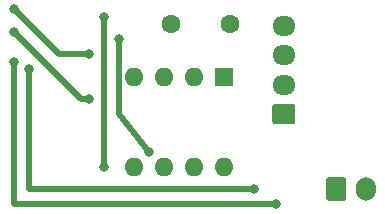
<source format=gbr>
G04 #@! TF.GenerationSoftware,KiCad,Pcbnew,5.0.2+dfsg1-1*
G04 #@! TF.CreationDate,2020-08-26T18:16:29+10:00*
G04 #@! TF.ProjectId,board_k,626f6172-645f-46b2-9e6b-696361645f70,rev?*
G04 #@! TF.SameCoordinates,Original*
G04 #@! TF.FileFunction,Copper,L1,Top*
G04 #@! TF.FilePolarity,Positive*
%FSLAX46Y46*%
G04 Gerber Fmt 4.6, Leading zero omitted, Abs format (unit mm)*
G04 Created by KiCad (PCBNEW 5.0.2+dfsg1-1) date Wed Aug 26 18:16:29 2020*
%MOMM*%
%LPD*%
G01*
G04 APERTURE LIST*
G04 #@! TA.AperFunction,Conductor*
%ADD10C,0.100000*%
G04 #@! TD*
G04 #@! TA.AperFunction,ComponentPad*
%ADD11C,1.700000*%
G04 #@! TD*
G04 #@! TA.AperFunction,ComponentPad*
%ADD12O,1.950000X1.700000*%
G04 #@! TD*
G04 #@! TA.AperFunction,ComponentPad*
%ADD13O,1.700000X2.000000*%
G04 #@! TD*
G04 #@! TA.AperFunction,ComponentPad*
%ADD14R,1.600000X1.600000*%
G04 #@! TD*
G04 #@! TA.AperFunction,ComponentPad*
%ADD15O,1.600000X1.600000*%
G04 #@! TD*
G04 #@! TA.AperFunction,ComponentPad*
%ADD16C,1.600000*%
G04 #@! TD*
G04 #@! TA.AperFunction,ViaPad*
%ADD17C,0.800000*%
G04 #@! TD*
G04 #@! TA.AperFunction,Conductor*
%ADD18C,0.508000*%
G04 #@! TD*
G04 APERTURE END LIST*
D10*
G04 #@! TO.N,txd*
G04 #@! TO.C,J3*
G36*
X152514504Y-93131204D02*
X152538773Y-93134804D01*
X152562571Y-93140765D01*
X152585671Y-93149030D01*
X152607849Y-93159520D01*
X152628893Y-93172133D01*
X152648598Y-93186747D01*
X152666777Y-93203223D01*
X152683253Y-93221402D01*
X152697867Y-93241107D01*
X152710480Y-93262151D01*
X152720970Y-93284329D01*
X152729235Y-93307429D01*
X152735196Y-93331227D01*
X152738796Y-93355496D01*
X152740000Y-93380000D01*
X152740000Y-94580000D01*
X152738796Y-94604504D01*
X152735196Y-94628773D01*
X152729235Y-94652571D01*
X152720970Y-94675671D01*
X152710480Y-94697849D01*
X152697867Y-94718893D01*
X152683253Y-94738598D01*
X152666777Y-94756777D01*
X152648598Y-94773253D01*
X152628893Y-94787867D01*
X152607849Y-94800480D01*
X152585671Y-94810970D01*
X152562571Y-94819235D01*
X152538773Y-94825196D01*
X152514504Y-94828796D01*
X152490000Y-94830000D01*
X151040000Y-94830000D01*
X151015496Y-94828796D01*
X150991227Y-94825196D01*
X150967429Y-94819235D01*
X150944329Y-94810970D01*
X150922151Y-94800480D01*
X150901107Y-94787867D01*
X150881402Y-94773253D01*
X150863223Y-94756777D01*
X150846747Y-94738598D01*
X150832133Y-94718893D01*
X150819520Y-94697849D01*
X150809030Y-94675671D01*
X150800765Y-94652571D01*
X150794804Y-94628773D01*
X150791204Y-94604504D01*
X150790000Y-94580000D01*
X150790000Y-93380000D01*
X150791204Y-93355496D01*
X150794804Y-93331227D01*
X150800765Y-93307429D01*
X150809030Y-93284329D01*
X150819520Y-93262151D01*
X150832133Y-93241107D01*
X150846747Y-93221402D01*
X150863223Y-93203223D01*
X150881402Y-93186747D01*
X150901107Y-93172133D01*
X150922151Y-93159520D01*
X150944329Y-93149030D01*
X150967429Y-93140765D01*
X150991227Y-93134804D01*
X151015496Y-93131204D01*
X151040000Y-93130000D01*
X152490000Y-93130000D01*
X152514504Y-93131204D01*
X152514504Y-93131204D01*
G37*
D11*
G04 #@! TD*
G04 #@! TO.P,J3,1*
G04 #@! TO.N,txd*
X151765000Y-93980000D03*
D12*
G04 #@! TO.P,J3,2*
G04 #@! TO.N,rxd*
X151765000Y-91480000D03*
G04 #@! TO.P,J3,3*
G04 #@! TO.N,GND*
X151765000Y-88980000D03*
G04 #@! TO.P,J3,4*
G04 #@! TO.N,+5V*
X151765000Y-86480000D03*
G04 #@! TD*
D10*
G04 #@! TO.N,GND*
G04 #@! TO.C,J2*
G36*
X156834504Y-99331204D02*
X156858773Y-99334804D01*
X156882571Y-99340765D01*
X156905671Y-99349030D01*
X156927849Y-99359520D01*
X156948893Y-99372133D01*
X156968598Y-99386747D01*
X156986777Y-99403223D01*
X157003253Y-99421402D01*
X157017867Y-99441107D01*
X157030480Y-99462151D01*
X157040970Y-99484329D01*
X157049235Y-99507429D01*
X157055196Y-99531227D01*
X157058796Y-99555496D01*
X157060000Y-99580000D01*
X157060000Y-101080000D01*
X157058796Y-101104504D01*
X157055196Y-101128773D01*
X157049235Y-101152571D01*
X157040970Y-101175671D01*
X157030480Y-101197849D01*
X157017867Y-101218893D01*
X157003253Y-101238598D01*
X156986777Y-101256777D01*
X156968598Y-101273253D01*
X156948893Y-101287867D01*
X156927849Y-101300480D01*
X156905671Y-101310970D01*
X156882571Y-101319235D01*
X156858773Y-101325196D01*
X156834504Y-101328796D01*
X156810000Y-101330000D01*
X155610000Y-101330000D01*
X155585496Y-101328796D01*
X155561227Y-101325196D01*
X155537429Y-101319235D01*
X155514329Y-101310970D01*
X155492151Y-101300480D01*
X155471107Y-101287867D01*
X155451402Y-101273253D01*
X155433223Y-101256777D01*
X155416747Y-101238598D01*
X155402133Y-101218893D01*
X155389520Y-101197849D01*
X155379030Y-101175671D01*
X155370765Y-101152571D01*
X155364804Y-101128773D01*
X155361204Y-101104504D01*
X155360000Y-101080000D01*
X155360000Y-99580000D01*
X155361204Y-99555496D01*
X155364804Y-99531227D01*
X155370765Y-99507429D01*
X155379030Y-99484329D01*
X155389520Y-99462151D01*
X155402133Y-99441107D01*
X155416747Y-99421402D01*
X155433223Y-99403223D01*
X155451402Y-99386747D01*
X155471107Y-99372133D01*
X155492151Y-99359520D01*
X155514329Y-99349030D01*
X155537429Y-99340765D01*
X155561227Y-99334804D01*
X155585496Y-99331204D01*
X155610000Y-99330000D01*
X156810000Y-99330000D01*
X156834504Y-99331204D01*
X156834504Y-99331204D01*
G37*
D11*
G04 #@! TD*
G04 #@! TO.P,J2,1*
G04 #@! TO.N,GND*
X156210000Y-100330000D03*
D13*
G04 #@! TO.P,J2,2*
G04 #@! TO.N,+5V*
X158710000Y-100330000D03*
G04 #@! TD*
D14*
G04 #@! TO.P,U1,1*
G04 #@! TO.N,+3V3*
X146685000Y-90805000D03*
D15*
G04 #@! TO.P,U1,5*
G04 #@! TO.N,ss*
X139065000Y-98425000D03*
G04 #@! TO.P,U1,2*
G04 #@! TO.N,miso*
X144145000Y-90805000D03*
G04 #@! TO.P,U1,6*
G04 #@! TO.N,mosi*
X141605000Y-98425000D03*
G04 #@! TO.P,U1,3*
G04 #@! TO.N,ck*
X141605000Y-90805000D03*
G04 #@! TO.P,U1,7*
G04 #@! TO.N,Net-(U1-Pad7)*
X144145000Y-98425000D03*
G04 #@! TO.P,U1,4*
G04 #@! TO.N,Net-(U1-Pad4)*
X139065000Y-90805000D03*
G04 #@! TO.P,U1,8*
G04 #@! TO.N,GND*
X146685000Y-98425000D03*
G04 #@! TD*
D16*
G04 #@! TO.P,C1,1*
G04 #@! TO.N,+3V3*
X142240000Y-86360000D03*
G04 #@! TO.P,C1,2*
G04 #@! TO.N,GND*
X147240000Y-86360000D03*
G04 #@! TD*
D17*
G04 #@! TO.N,ss*
X136525000Y-85725000D03*
X136525000Y-98425000D03*
G04 #@! TO.N,miso*
X128905000Y-86995000D03*
X135255000Y-92710000D03*
G04 #@! TO.N,mosi*
X140335000Y-97155000D03*
X137795000Y-87630000D03*
G04 #@! TO.N,ck*
X128905000Y-85090000D03*
X135255000Y-88900000D03*
G04 #@! TO.N,txd*
X128905000Y-89535000D03*
X151130000Y-101600000D03*
G04 #@! TO.N,rxd*
X130175000Y-90170000D03*
X149225000Y-100330000D03*
G04 #@! TD*
D18*
G04 #@! TO.N,ss*
X136525000Y-98425000D02*
X136525000Y-85725000D01*
G04 #@! TO.N,miso*
X131518010Y-89608010D02*
X128905000Y-86995000D01*
X134620000Y-92710000D02*
X131518010Y-89608010D01*
X135255000Y-92710000D02*
X134620000Y-92710000D01*
G04 #@! TO.N,mosi*
X137795000Y-93980000D02*
X140335000Y-97155000D01*
X137795000Y-87630000D02*
X137795000Y-93980000D01*
G04 #@! TO.N,ck*
X132715000Y-88900000D02*
X128905000Y-85090000D01*
X135255000Y-88900000D02*
X132715000Y-88900000D01*
G04 #@! TO.N,txd*
X128905000Y-101600000D02*
X128905000Y-89535000D01*
X151130000Y-101600000D02*
X128905000Y-101600000D01*
G04 #@! TO.N,rxd*
X149225000Y-100330000D02*
X130175000Y-100330000D01*
X130175000Y-100330000D02*
X130175000Y-90170000D01*
G04 #@! TD*
M02*

</source>
